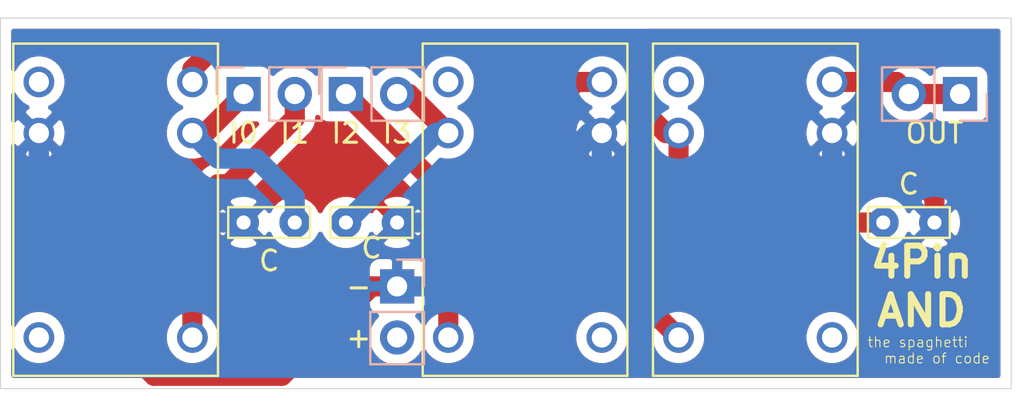
<source format=kicad_pcb>
(kicad_pcb (version 20171130) (host pcbnew "(5.1.6)-1")

  (general
    (thickness 1.6)
    (drawings 16)
    (tracks 60)
    (zones 0)
    (modules 10)
    (nets 16)
  )

  (page A4)
  (layers
    (0 F.Cu signal)
    (31 B.Cu signal)
    (32 B.Adhes user)
    (33 F.Adhes user)
    (34 B.Paste user)
    (35 F.Paste user)
    (36 B.SilkS user)
    (37 F.SilkS user)
    (38 B.Mask user)
    (39 F.Mask user)
    (40 Dwgs.User user)
    (41 Cmts.User user)
    (42 Eco1.User user)
    (43 Eco2.User user)
    (44 Edge.Cuts user)
    (45 Margin user)
    (46 B.CrtYd user)
    (47 F.CrtYd user)
    (48 B.Fab user)
    (49 F.Fab user)
  )

  (setup
    (last_trace_width 0.25)
    (user_trace_width 1)
    (trace_clearance 0.2)
    (zone_clearance 0.508)
    (zone_45_only no)
    (trace_min 0.2)
    (via_size 0.8)
    (via_drill 0.4)
    (via_min_size 0.4)
    (via_min_drill 0.3)
    (uvia_size 0.3)
    (uvia_drill 0.1)
    (uvias_allowed no)
    (uvia_min_size 0.2)
    (uvia_min_drill 0.1)
    (edge_width 0.05)
    (segment_width 0.2)
    (pcb_text_width 0.3)
    (pcb_text_size 1.5 1.5)
    (mod_edge_width 0.12)
    (mod_text_size 1 1)
    (mod_text_width 0.15)
    (pad_size 1.524 1.524)
    (pad_drill 0.762)
    (pad_to_mask_clearance 0.05)
    (aux_axis_origin 0 0)
    (visible_elements 7FFFFFFF)
    (pcbplotparams
      (layerselection 0x010fc_ffffffff)
      (usegerberextensions false)
      (usegerberattributes true)
      (usegerberadvancedattributes true)
      (creategerberjobfile true)
      (excludeedgelayer true)
      (linewidth 0.100000)
      (plotframeref false)
      (viasonmask false)
      (mode 1)
      (useauxorigin false)
      (hpglpennumber 1)
      (hpglpenspeed 20)
      (hpglpendiameter 15.000000)
      (psnegative false)
      (psa4output false)
      (plotreference true)
      (plotvalue true)
      (plotinvisibletext false)
      (padsonsilk false)
      (subtractmaskfromsilk false)
      (outputformat 1)
      (mirror false)
      (drillshape 1)
      (scaleselection 1)
      (outputdirectory ""))
  )

  (net 0 "")
  (net 1 GND)
  (net 2 "Net-(C1-Pad1)")
  (net 3 "Net-(C2-Pad2)")
  (net 4 "Net-(C3-Pad2)")
  (net 5 "Net-(J1-Pad2)")
  (net 6 "Net-(J2-Pad1)")
  (net 7 "Net-(J3-Pad1)")
  (net 8 "Net-(J4-Pad2)")
  (net 9 "Net-(SPDT1-Pad1)")
  (net 10 "Net-(SPDT1-Pad5)")
  (net 11 "Net-(SPDT2-Pad1)")
  (net 12 "Net-(SPDT2-Pad6)")
  (net 13 "Net-(SPDT3-Pad6)")
  (net 14 "Net-(SPDT2-Pad2)")
  (net 15 "Net-(SPDT3-Pad1)")

  (net_class Default "This is the default net class."
    (clearance 0.2)
    (trace_width 0.25)
    (via_dia 0.8)
    (via_drill 0.4)
    (uvia_dia 0.3)
    (uvia_drill 0.1)
    (add_net GND)
    (add_net "Net-(C1-Pad1)")
    (add_net "Net-(C2-Pad2)")
    (add_net "Net-(C3-Pad2)")
    (add_net "Net-(J1-Pad2)")
    (add_net "Net-(J2-Pad1)")
    (add_net "Net-(J3-Pad1)")
    (add_net "Net-(J4-Pad2)")
    (add_net "Net-(SPDT1-Pad1)")
    (add_net "Net-(SPDT1-Pad5)")
    (add_net "Net-(SPDT2-Pad1)")
    (add_net "Net-(SPDT2-Pad2)")
    (add_net "Net-(SPDT2-Pad6)")
    (add_net "Net-(SPDT3-Pad1)")
    (add_net "Net-(SPDT3-Pad6)")
  )

  (module MiyakeFootprintLib:946H-1C-24D (layer F.Cu) (tedit 5ED07678) (tstamp 5EEA759C)
    (at 181.61 53.34)
    (path /5EEBD1DE)
    (fp_text reference SPDT3 (at -2.54 0.635 -90) (layer F.Fab)
      (effects (font (size 1 1) (thickness 0.15)))
    )
    (fp_text value 946H-1C-24D (at -0.635 0.635 -90) (layer F.Fab)
      (effects (font (size 1 1) (thickness 0.15)))
    )
    (fp_line (start -6.35 -6.985) (end 3.81 -6.985) (layer F.SilkS) (width 0.12))
    (fp_line (start 3.81 -6.985) (end 3.81 9.525) (layer F.SilkS) (width 0.12))
    (fp_line (start 3.81 9.525) (end -6.35 9.525) (layer F.SilkS) (width 0.12))
    (fp_line (start -6.35 9.525) (end -6.35 -6.985) (layer F.SilkS) (width 0.12))
    (pad 1 thru_hole circle (at -5.08 -5.08) (size 1.524 1.524) (drill 1) (layers *.Cu *.Mask)
      (net 15 "Net-(SPDT3-Pad1)"))
    (pad 2 thru_hole circle (at 2.54 -5.08) (size 1.524 1.524) (drill 1) (layers *.Cu *.Mask)
      (net 7 "Net-(J3-Pad1)"))
    (pad 3 thru_hole circle (at 2.54 -2.54) (size 1.524 1.524) (drill 1) (layers *.Cu *.Mask)
      (net 1 GND))
    (pad 4 thru_hole circle (at -5.08 -2.54) (size 1.524 1.524) (drill 1) (layers *.Cu *.Mask)
      (net 4 "Net-(C3-Pad2)"))
    (pad 5 thru_hole circle (at -5.08 7.62) (size 1.524 1.524) (drill 1) (layers *.Cu *.Mask)
      (net 14 "Net-(SPDT2-Pad2)"))
    (pad 6 thru_hole circle (at 2.54 7.62) (size 1.524 1.524) (drill 1) (layers *.Cu *.Mask)
      (net 13 "Net-(SPDT3-Pad6)"))
  )

  (module MiyakeFootprintLib:946H-1C-24D (layer F.Cu) (tedit 5ED07678) (tstamp 5EEA758E)
    (at 170.18 53.34)
    (path /5EEBC360)
    (fp_text reference SPDT2 (at -2.54 0.635 -90) (layer F.Fab)
      (effects (font (size 1 1) (thickness 0.15)))
    )
    (fp_text value 946H-1C-24D (at -0.635 0.635 -90) (layer F.Fab)
      (effects (font (size 1 1) (thickness 0.15)))
    )
    (fp_line (start -6.35 -6.985) (end 3.81 -6.985) (layer F.SilkS) (width 0.12))
    (fp_line (start 3.81 -6.985) (end 3.81 9.525) (layer F.SilkS) (width 0.12))
    (fp_line (start 3.81 9.525) (end -6.35 9.525) (layer F.SilkS) (width 0.12))
    (fp_line (start -6.35 9.525) (end -6.35 -6.985) (layer F.SilkS) (width 0.12))
    (pad 1 thru_hole circle (at -5.08 -5.08) (size 1.524 1.524) (drill 1) (layers *.Cu *.Mask)
      (net 11 "Net-(SPDT2-Pad1)"))
    (pad 2 thru_hole circle (at 2.54 -5.08) (size 1.524 1.524) (drill 1) (layers *.Cu *.Mask)
      (net 14 "Net-(SPDT2-Pad2)"))
    (pad 3 thru_hole circle (at 2.54 -2.54) (size 1.524 1.524) (drill 1) (layers *.Cu *.Mask)
      (net 1 GND))
    (pad 4 thru_hole circle (at -5.08 -2.54) (size 1.524 1.524) (drill 1) (layers *.Cu *.Mask)
      (net 3 "Net-(C2-Pad2)"))
    (pad 5 thru_hole circle (at -5.08 7.62) (size 1.524 1.524) (drill 1) (layers *.Cu *.Mask)
      (net 6 "Net-(J2-Pad1)"))
    (pad 6 thru_hole circle (at 2.54 7.62) (size 1.524 1.524) (drill 1) (layers *.Cu *.Mask)
      (net 12 "Net-(SPDT2-Pad6)"))
  )

  (module MiyakeFootprintLib:946H-1C-24D (layer F.Cu) (tedit 5ED07678) (tstamp 5EEA7580)
    (at 149.86 53.34)
    (path /5EEBBD9D)
    (fp_text reference SPDT1 (at -2.54 0.635 -90) (layer F.Fab)
      (effects (font (size 1 1) (thickness 0.15)))
    )
    (fp_text value 946H-1C-24D (at -0.635 0.635 -90) (layer F.Fab)
      (effects (font (size 1 1) (thickness 0.15)))
    )
    (fp_line (start -6.35 -6.985) (end 3.81 -6.985) (layer F.SilkS) (width 0.12))
    (fp_line (start 3.81 -6.985) (end 3.81 9.525) (layer F.SilkS) (width 0.12))
    (fp_line (start 3.81 9.525) (end -6.35 9.525) (layer F.SilkS) (width 0.12))
    (fp_line (start -6.35 9.525) (end -6.35 -6.985) (layer F.SilkS) (width 0.12))
    (pad 1 thru_hole circle (at -5.08 -5.08) (size 1.524 1.524) (drill 1) (layers *.Cu *.Mask)
      (net 9 "Net-(SPDT1-Pad1)"))
    (pad 2 thru_hole circle (at 2.54 -5.08) (size 1.524 1.524) (drill 1) (layers *.Cu *.Mask)
      (net 4 "Net-(C3-Pad2)"))
    (pad 3 thru_hole circle (at 2.54 -2.54) (size 1.524 1.524) (drill 1) (layers *.Cu *.Mask)
      (net 2 "Net-(C1-Pad1)"))
    (pad 4 thru_hole circle (at -5.08 -2.54) (size 1.524 1.524) (drill 1) (layers *.Cu *.Mask)
      (net 1 GND))
    (pad 5 thru_hole circle (at -5.08 7.62) (size 1.524 1.524) (drill 1) (layers *.Cu *.Mask)
      (net 10 "Net-(SPDT1-Pad5)"))
    (pad 6 thru_hole circle (at 2.54 7.62) (size 1.524 1.524) (drill 1) (layers *.Cu *.Mask)
      (net 5 "Net-(J1-Pad2)"))
  )

  (module Connector_PinHeader_2.54mm:PinHeader_1x02_P2.54mm_Vertical (layer B.Cu) (tedit 59FED5CC) (tstamp 5EEA7572)
    (at 162.56 58.42 180)
    (descr "Through hole straight pin header, 1x02, 2.54mm pitch, single row")
    (tags "Through hole pin header THT 1x02 2.54mm single row")
    (path /5EECC537)
    (fp_text reference J4 (at 0 2.33) (layer B.Fab)
      (effects (font (size 1 1) (thickness 0.15)) (justify mirror))
    )
    (fp_text value Conn_01x02 (at 0 -4.87) (layer B.Fab)
      (effects (font (size 1 1) (thickness 0.15)) (justify mirror))
    )
    (fp_line (start 1.8 1.8) (end -1.8 1.8) (layer B.CrtYd) (width 0.05))
    (fp_line (start 1.8 -4.35) (end 1.8 1.8) (layer B.CrtYd) (width 0.05))
    (fp_line (start -1.8 -4.35) (end 1.8 -4.35) (layer B.CrtYd) (width 0.05))
    (fp_line (start -1.8 1.8) (end -1.8 -4.35) (layer B.CrtYd) (width 0.05))
    (fp_line (start -1.33 1.33) (end 0 1.33) (layer B.SilkS) (width 0.12))
    (fp_line (start -1.33 0) (end -1.33 1.33) (layer B.SilkS) (width 0.12))
    (fp_line (start -1.33 -1.27) (end 1.33 -1.27) (layer B.SilkS) (width 0.12))
    (fp_line (start 1.33 -1.27) (end 1.33 -3.87) (layer B.SilkS) (width 0.12))
    (fp_line (start -1.33 -1.27) (end -1.33 -3.87) (layer B.SilkS) (width 0.12))
    (fp_line (start -1.33 -3.87) (end 1.33 -3.87) (layer B.SilkS) (width 0.12))
    (fp_line (start -1.27 0.635) (end -0.635 1.27) (layer B.Fab) (width 0.1))
    (fp_line (start -1.27 -3.81) (end -1.27 0.635) (layer B.Fab) (width 0.1))
    (fp_line (start 1.27 -3.81) (end -1.27 -3.81) (layer B.Fab) (width 0.1))
    (fp_line (start 1.27 1.27) (end 1.27 -3.81) (layer B.Fab) (width 0.1))
    (fp_line (start -0.635 1.27) (end 1.27 1.27) (layer B.Fab) (width 0.1))
    (fp_text user %R (at 0 -1.27 270) (layer B.Fab)
      (effects (font (size 1 1) (thickness 0.15)) (justify mirror))
    )
    (pad 2 thru_hole oval (at 0 -2.54 180) (size 1.7 1.7) (drill 1) (layers *.Cu *.Mask)
      (net 8 "Net-(J4-Pad2)"))
    (pad 1 thru_hole rect (at 0 0 180) (size 1.7 1.7) (drill 1) (layers *.Cu *.Mask)
      (net 1 GND))
    (model ${KISYS3DMOD}/Connector_PinHeader_2.54mm.3dshapes/PinHeader_1x02_P2.54mm_Vertical.wrl
      (at (xyz 0 0 0))
      (scale (xyz 1 1 1))
      (rotate (xyz 0 0 0))
    )
  )

  (module Connector_PinHeader_2.54mm:PinHeader_1x02_P2.54mm_Vertical (layer B.Cu) (tedit 59FED5CC) (tstamp 5EEA755C)
    (at 190.5 48.86 90)
    (descr "Through hole straight pin header, 1x02, 2.54mm pitch, single row")
    (tags "Through hole pin header THT 1x02 2.54mm single row")
    (path /5EEC30D7)
    (fp_text reference J3 (at 0 2.33 -90) (layer B.Fab)
      (effects (font (size 1 1) (thickness 0.15)) (justify mirror))
    )
    (fp_text value Conn_01x02 (at 0 -4.87 -90) (layer B.Fab)
      (effects (font (size 1 1) (thickness 0.15)) (justify mirror))
    )
    (fp_line (start 1.8 1.8) (end -1.8 1.8) (layer B.CrtYd) (width 0.05))
    (fp_line (start 1.8 -4.35) (end 1.8 1.8) (layer B.CrtYd) (width 0.05))
    (fp_line (start -1.8 -4.35) (end 1.8 -4.35) (layer B.CrtYd) (width 0.05))
    (fp_line (start -1.8 1.8) (end -1.8 -4.35) (layer B.CrtYd) (width 0.05))
    (fp_line (start -1.33 1.33) (end 0 1.33) (layer B.SilkS) (width 0.12))
    (fp_line (start -1.33 0) (end -1.33 1.33) (layer B.SilkS) (width 0.12))
    (fp_line (start -1.33 -1.27) (end 1.33 -1.27) (layer B.SilkS) (width 0.12))
    (fp_line (start 1.33 -1.27) (end 1.33 -3.87) (layer B.SilkS) (width 0.12))
    (fp_line (start -1.33 -1.27) (end -1.33 -3.87) (layer B.SilkS) (width 0.12))
    (fp_line (start -1.33 -3.87) (end 1.33 -3.87) (layer B.SilkS) (width 0.12))
    (fp_line (start -1.27 0.635) (end -0.635 1.27) (layer B.Fab) (width 0.1))
    (fp_line (start -1.27 -3.81) (end -1.27 0.635) (layer B.Fab) (width 0.1))
    (fp_line (start 1.27 -3.81) (end -1.27 -3.81) (layer B.Fab) (width 0.1))
    (fp_line (start 1.27 1.27) (end 1.27 -3.81) (layer B.Fab) (width 0.1))
    (fp_line (start -0.635 1.27) (end 1.27 1.27) (layer B.Fab) (width 0.1))
    (fp_text user %R (at 0 -1.27) (layer B.Fab)
      (effects (font (size 1 1) (thickness 0.15)) (justify mirror))
    )
    (pad 2 thru_hole oval (at 0 -2.54 90) (size 1.7 1.7) (drill 1) (layers *.Cu *.Mask)
      (net 7 "Net-(J3-Pad1)"))
    (pad 1 thru_hole rect (at 0 0 90) (size 1.7 1.7) (drill 1) (layers *.Cu *.Mask)
      (net 7 "Net-(J3-Pad1)"))
    (model ${KISYS3DMOD}/Connector_PinHeader_2.54mm.3dshapes/PinHeader_1x02_P2.54mm_Vertical.wrl
      (at (xyz 0 0 0))
      (scale (xyz 1 1 1))
      (rotate (xyz 0 0 0))
    )
  )

  (module Connector_PinHeader_2.54mm:PinHeader_1x02_P2.54mm_Vertical (layer B.Cu) (tedit 59FED5CC) (tstamp 5EEA7546)
    (at 160.02 48.86 270)
    (descr "Through hole straight pin header, 1x02, 2.54mm pitch, single row")
    (tags "Through hole pin header THT 1x02 2.54mm single row")
    (path /5EEBE9DA)
    (fp_text reference J2 (at 0 2.33 270) (layer B.Fab)
      (effects (font (size 1 1) (thickness 0.15)) (justify mirror))
    )
    (fp_text value Conn_01x02 (at 0 -4.87 270) (layer B.Fab)
      (effects (font (size 1 1) (thickness 0.15)) (justify mirror))
    )
    (fp_line (start 1.8 1.8) (end -1.8 1.8) (layer B.CrtYd) (width 0.05))
    (fp_line (start 1.8 -4.35) (end 1.8 1.8) (layer B.CrtYd) (width 0.05))
    (fp_line (start -1.8 -4.35) (end 1.8 -4.35) (layer B.CrtYd) (width 0.05))
    (fp_line (start -1.8 1.8) (end -1.8 -4.35) (layer B.CrtYd) (width 0.05))
    (fp_line (start -1.33 1.33) (end 0 1.33) (layer B.SilkS) (width 0.12))
    (fp_line (start -1.33 0) (end -1.33 1.33) (layer B.SilkS) (width 0.12))
    (fp_line (start -1.33 -1.27) (end 1.33 -1.27) (layer B.SilkS) (width 0.12))
    (fp_line (start 1.33 -1.27) (end 1.33 -3.87) (layer B.SilkS) (width 0.12))
    (fp_line (start -1.33 -1.27) (end -1.33 -3.87) (layer B.SilkS) (width 0.12))
    (fp_line (start -1.33 -3.87) (end 1.33 -3.87) (layer B.SilkS) (width 0.12))
    (fp_line (start -1.27 0.635) (end -0.635 1.27) (layer B.Fab) (width 0.1))
    (fp_line (start -1.27 -3.81) (end -1.27 0.635) (layer B.Fab) (width 0.1))
    (fp_line (start 1.27 -3.81) (end -1.27 -3.81) (layer B.Fab) (width 0.1))
    (fp_line (start 1.27 1.27) (end 1.27 -3.81) (layer B.Fab) (width 0.1))
    (fp_line (start -0.635 1.27) (end 1.27 1.27) (layer B.Fab) (width 0.1))
    (fp_text user %R (at 0 -1.27) (layer B.Fab)
      (effects (font (size 1 1) (thickness 0.15)) (justify mirror))
    )
    (pad 2 thru_hole oval (at 0 -2.54 270) (size 1.7 1.7) (drill 1) (layers *.Cu *.Mask)
      (net 3 "Net-(C2-Pad2)"))
    (pad 1 thru_hole rect (at 0 0 270) (size 1.7 1.7) (drill 1) (layers *.Cu *.Mask)
      (net 6 "Net-(J2-Pad1)"))
    (model ${KISYS3DMOD}/Connector_PinHeader_2.54mm.3dshapes/PinHeader_1x02_P2.54mm_Vertical.wrl
      (at (xyz 0 0 0))
      (scale (xyz 1 1 1))
      (rotate (xyz 0 0 0))
    )
  )

  (module Connector_PinHeader_2.54mm:PinHeader_1x02_P2.54mm_Vertical (layer B.Cu) (tedit 59FED5CC) (tstamp 5EEA7530)
    (at 154.94 48.86 270)
    (descr "Through hole straight pin header, 1x02, 2.54mm pitch, single row")
    (tags "Through hole pin header THT 1x02 2.54mm single row")
    (path /5EEBDD2E)
    (fp_text reference J1 (at 0 2.33 270) (layer B.Fab)
      (effects (font (size 1 1) (thickness 0.15)) (justify mirror))
    )
    (fp_text value Conn_01x02 (at 0 -4.87 270) (layer B.Fab)
      (effects (font (size 1 1) (thickness 0.15)) (justify mirror))
    )
    (fp_line (start 1.8 1.8) (end -1.8 1.8) (layer B.CrtYd) (width 0.05))
    (fp_line (start 1.8 -4.35) (end 1.8 1.8) (layer B.CrtYd) (width 0.05))
    (fp_line (start -1.8 -4.35) (end 1.8 -4.35) (layer B.CrtYd) (width 0.05))
    (fp_line (start -1.8 1.8) (end -1.8 -4.35) (layer B.CrtYd) (width 0.05))
    (fp_line (start -1.33 1.33) (end 0 1.33) (layer B.SilkS) (width 0.12))
    (fp_line (start -1.33 0) (end -1.33 1.33) (layer B.SilkS) (width 0.12))
    (fp_line (start -1.33 -1.27) (end 1.33 -1.27) (layer B.SilkS) (width 0.12))
    (fp_line (start 1.33 -1.27) (end 1.33 -3.87) (layer B.SilkS) (width 0.12))
    (fp_line (start -1.33 -1.27) (end -1.33 -3.87) (layer B.SilkS) (width 0.12))
    (fp_line (start -1.33 -3.87) (end 1.33 -3.87) (layer B.SilkS) (width 0.12))
    (fp_line (start -1.27 0.635) (end -0.635 1.27) (layer B.Fab) (width 0.1))
    (fp_line (start -1.27 -3.81) (end -1.27 0.635) (layer B.Fab) (width 0.1))
    (fp_line (start 1.27 -3.81) (end -1.27 -3.81) (layer B.Fab) (width 0.1))
    (fp_line (start 1.27 1.27) (end 1.27 -3.81) (layer B.Fab) (width 0.1))
    (fp_line (start -0.635 1.27) (end 1.27 1.27) (layer B.Fab) (width 0.1))
    (fp_text user %R (at 0 -1.27) (layer B.Fab)
      (effects (font (size 1 1) (thickness 0.15)) (justify mirror))
    )
    (pad 2 thru_hole oval (at 0 -2.54 270) (size 1.7 1.7) (drill 1) (layers *.Cu *.Mask)
      (net 5 "Net-(J1-Pad2)"))
    (pad 1 thru_hole rect (at 0 0 270) (size 1.7 1.7) (drill 1) (layers *.Cu *.Mask)
      (net 2 "Net-(C1-Pad1)"))
    (model ${KISYS3DMOD}/Connector_PinHeader_2.54mm.3dshapes/PinHeader_1x02_P2.54mm_Vertical.wrl
      (at (xyz 0 0 0))
      (scale (xyz 1 1 1))
      (rotate (xyz 0 0 0))
    )
  )

  (module MiyakeFootprintLib:Condensor (layer F.Cu) (tedit 5ED1E7C6) (tstamp 5EEA751A)
    (at 189.23 55.245 180)
    (path /5EEC54B4)
    (fp_text reference C3 (at 1.27 3.04) (layer F.Fab)
      (effects (font (size 1 1) (thickness 0.15)))
    )
    (fp_text value C (at 1.27 2.04) (layer F.Fab)
      (effects (font (size 1 1) (thickness 0.15)))
    )
    (fp_line (start -0.762 0.762) (end -0.762 -0.762) (layer F.SilkS) (width 0.12))
    (fp_line (start 3.302 0.762) (end -0.762 0.762) (layer F.SilkS) (width 0.12))
    (fp_line (start 3.302 -0.762) (end 3.302 0.762) (layer F.SilkS) (width 0.12))
    (fp_line (start -0.762 -0.762) (end 3.302 -0.762) (layer F.SilkS) (width 0.12))
    (pad 2 thru_hole circle (at 2.54 0 180) (size 1.524 1.524) (drill 0.7) (layers *.Cu *.Mask)
      (net 4 "Net-(C3-Pad2)"))
    (pad 1 thru_hole circle (at 0 0 180) (size 1.524 1.524) (drill 0.7) (layers *.Cu *.Mask)
      (net 1 GND))
  )

  (module MiyakeFootprintLib:Condensor (layer F.Cu) (tedit 5ED1E7C6) (tstamp 5EEA7510)
    (at 162.56 55.245 180)
    (path /5EEC4EFC)
    (fp_text reference C2 (at 1.27 3.04) (layer F.Fab)
      (effects (font (size 1 1) (thickness 0.15)))
    )
    (fp_text value C (at 1.27 2.04) (layer F.Fab)
      (effects (font (size 1 1) (thickness 0.15)))
    )
    (fp_line (start -0.762 0.762) (end -0.762 -0.762) (layer F.SilkS) (width 0.12))
    (fp_line (start 3.302 0.762) (end -0.762 0.762) (layer F.SilkS) (width 0.12))
    (fp_line (start 3.302 -0.762) (end 3.302 0.762) (layer F.SilkS) (width 0.12))
    (fp_line (start -0.762 -0.762) (end 3.302 -0.762) (layer F.SilkS) (width 0.12))
    (pad 2 thru_hole circle (at 2.54 0 180) (size 1.524 1.524) (drill 0.7) (layers *.Cu *.Mask)
      (net 3 "Net-(C2-Pad2)"))
    (pad 1 thru_hole circle (at 0 0 180) (size 1.524 1.524) (drill 0.7) (layers *.Cu *.Mask)
      (net 1 GND))
  )

  (module MiyakeFootprintLib:Condensor (layer F.Cu) (tedit 5ED1E7C6) (tstamp 5EEA7506)
    (at 157.48 55.245 180)
    (path /5EEC4628)
    (fp_text reference C1 (at 1.27 3.04) (layer F.Fab)
      (effects (font (size 1 1) (thickness 0.15)))
    )
    (fp_text value C (at 1.27 2.04) (layer F.Fab)
      (effects (font (size 1 1) (thickness 0.15)))
    )
    (fp_line (start -0.762 0.762) (end -0.762 -0.762) (layer F.SilkS) (width 0.12))
    (fp_line (start 3.302 0.762) (end -0.762 0.762) (layer F.SilkS) (width 0.12))
    (fp_line (start 3.302 -0.762) (end 3.302 0.762) (layer F.SilkS) (width 0.12))
    (fp_line (start -0.762 -0.762) (end 3.302 -0.762) (layer F.SilkS) (width 0.12))
    (pad 2 thru_hole circle (at 2.54 0 180) (size 1.524 1.524) (drill 0.7) (layers *.Cu *.Mask)
      (net 1 GND))
    (pad 1 thru_hole circle (at 0 0 180) (size 1.524 1.524) (drill 0.7) (layers *.Cu *.Mask)
      (net 2 "Net-(C1-Pad1)"))
  )

  (gr_text "the spaghetti \n    made of code" (at 188.595 61.595) (layer F.SilkS)
    (effects (font (size 0.5 0.5) (thickness 0.05)))
  )
  (gr_text "4Pin\nAND" (at 188.595 58.42) (layer F.SilkS)
    (effects (font (size 1.5 1.5) (thickness 0.3)))
  )
  (gr_text OUT (at 189.23 50.8) (layer F.SilkS)
    (effects (font (size 1 1) (thickness 0.15)))
  )
  (gr_text C (at 187.96 53.34) (layer F.SilkS)
    (effects (font (size 1 1) (thickness 0.15)))
  )
  (gr_text + (at 160.655 60.96) (layer F.SilkS)
    (effects (font (size 1 1) (thickness 0.15)))
  )
  (gr_text - (at 160.655 58.42) (layer F.SilkS)
    (effects (font (size 1 1) (thickness 0.15)))
  )
  (gr_text C (at 161.29 56.515) (layer F.SilkS)
    (effects (font (size 1 1) (thickness 0.15)))
  )
  (gr_text C (at 156.21 57.15) (layer F.SilkS)
    (effects (font (size 1 1) (thickness 0.15)))
  )
  (gr_text I3 (at 162.56 50.8) (layer F.SilkS)
    (effects (font (size 1 1) (thickness 0.15)))
  )
  (gr_text I2 (at 160.02 50.8) (layer F.SilkS)
    (effects (font (size 1 1) (thickness 0.15)))
  )
  (gr_text I1 (at 157.48 50.8) (layer F.SilkS)
    (effects (font (size 1 1) (thickness 0.15)))
  )
  (gr_text I0 (at 154.94 50.8) (layer F.SilkS)
    (effects (font (size 1 1) (thickness 0.15)))
  )
  (gr_line (start 142.875 63.5) (end 142.875 45.085) (layer Edge.Cuts) (width 0.05) (tstamp 5EEA8182))
  (gr_line (start 193.04 63.5) (end 142.875 63.5) (layer Edge.Cuts) (width 0.05))
  (gr_line (start 193.04 45.085) (end 193.04 63.5) (layer Edge.Cuts) (width 0.05))
  (gr_line (start 142.875 45.085) (end 193.04 45.085) (layer Edge.Cuts) (width 0.05))

  (segment (start 144.78 57.15) (end 144.78 50.8) (width 1) (layer F.Cu) (net 1))
  (segment (start 150.495 62.865) (end 144.78 57.15) (width 1) (layer F.Cu) (net 1))
  (segment (start 156.845 62.865) (end 150.495 62.865) (width 1) (layer F.Cu) (net 1))
  (segment (start 162.56 58.42) (end 161.29 58.42) (width 1) (layer F.Cu) (net 1))
  (segment (start 161.29 58.42) (end 156.845 62.865) (width 1) (layer F.Cu) (net 1))
  (segment (start 162.56 58.42) (end 170.815 58.42) (width 1) (layer B.Cu) (net 1))
  (segment (start 170.815 58.42) (end 172.72 56.515) (width 1) (layer B.Cu) (net 1))
  (segment (start 172.72 56.515) (end 172.72 50.8) (width 1) (layer B.Cu) (net 1))
  (segment (start 172.72 56.515) (end 182.245 56.515) (width 1) (layer B.Cu) (net 1))
  (segment (start 184.15 54.61) (end 184.15 50.8) (width 1) (layer B.Cu) (net 1))
  (segment (start 182.245 56.515) (end 184.15 54.61) (width 1) (layer B.Cu) (net 1))
  (segment (start 154.94 55.245) (end 147.32 55.245) (width 1) (layer B.Cu) (net 1))
  (segment (start 144.78 52.705) (end 144.78 50.8) (width 1) (layer B.Cu) (net 1))
  (segment (start 147.32 55.245) (end 144.78 52.705) (width 1) (layer B.Cu) (net 1))
  (segment (start 172.085 50.8) (end 172.72 50.8) (width 1) (layer B.Cu) (net 1))
  (segment (start 170.815 52.07) (end 172.085 50.8) (width 1) (layer B.Cu) (net 1))
  (segment (start 162.56 55.245) (end 169.545 55.245) (width 1) (layer B.Cu) (net 1))
  (segment (start 170.815 53.975) (end 170.815 52.07) (width 1) (layer B.Cu) (net 1))
  (segment (start 169.545 55.245) (end 170.815 53.975) (width 1) (layer B.Cu) (net 1))
  (segment (start 184.15 52.705) (end 184.15 50.8) (width 1) (layer F.Cu) (net 1))
  (segment (start 189.23 55.245) (end 189.23 53.975) (width 1) (layer F.Cu) (net 1))
  (segment (start 187.96 52.705) (end 184.15 52.705) (width 1) (layer F.Cu) (net 1))
  (segment (start 189.23 53.975) (end 187.96 52.705) (width 1) (layer F.Cu) (net 1))
  (segment (start 154.94 48.86) (end 154.94 48.895) (width 1) (layer F.Cu) (net 2))
  (segment (start 153.035 50.8) (end 152.4 50.8) (width 1) (layer F.Cu) (net 2))
  (segment (start 154.94 48.895) (end 153.035 50.8) (width 1) (layer F.Cu) (net 2))
  (segment (start 157.48 53.975) (end 157.48 55.245) (width 1) (layer B.Cu) (net 2))
  (segment (start 155.575 52.07) (end 157.48 53.975) (width 1) (layer B.Cu) (net 2))
  (segment (start 152.4 50.8) (end 153.67 52.07) (width 1) (layer B.Cu) (net 2))
  (segment (start 153.67 52.07) (end 155.575 52.07) (width 1) (layer B.Cu) (net 2))
  (segment (start 163.16 48.86) (end 165.1 50.8) (width 1) (layer F.Cu) (net 3))
  (segment (start 162.56 48.86) (end 163.16 48.86) (width 1) (layer F.Cu) (net 3))
  (segment (start 165.1 50.8) (end 164.465 50.8) (width 1) (layer B.Cu) (net 3))
  (segment (start 164.465 50.8) (end 160.02 55.245) (width 1) (layer B.Cu) (net 3))
  (segment (start 175.895 50.8) (end 176.53 50.8) (width 1) (layer F.Cu) (net 4))
  (segment (start 174.625 49.53) (end 175.895 50.8) (width 1) (layer F.Cu) (net 4))
  (segment (start 152.4 48.26) (end 152.4 47.625) (width 1) (layer F.Cu) (net 4))
  (segment (start 152.4 47.625) (end 153.67 46.355) (width 1) (layer F.Cu) (net 4))
  (segment (start 153.67 46.355) (end 173.99 46.355) (width 1) (layer F.Cu) (net 4))
  (segment (start 174.625 46.99) (end 174.625 49.53) (width 1) (layer F.Cu) (net 4))
  (segment (start 173.99 46.355) (end 174.625 46.99) (width 1) (layer F.Cu) (net 4))
  (segment (start 186.69 55.245) (end 177.8 55.245) (width 1) (layer F.Cu) (net 4))
  (segment (start 176.53 53.975) (end 176.53 50.8) (width 1) (layer F.Cu) (net 4))
  (segment (start 177.8 55.245) (end 176.53 53.975) (width 1) (layer F.Cu) (net 4))
  (segment (start 157.48 50.062081) (end 154.202081 53.34) (width 1) (layer F.Cu) (net 5))
  (segment (start 157.48 48.86) (end 157.48 50.062081) (width 1) (layer F.Cu) (net 5))
  (segment (start 154.202081 53.34) (end 153.67 53.34) (width 1) (layer F.Cu) (net 5))
  (segment (start 152.4 54.61) (end 152.4 60.96) (width 1) (layer F.Cu) (net 5))
  (segment (start 153.67 53.34) (end 152.4 54.61) (width 1) (layer F.Cu) (net 5))
  (segment (start 160.02 48.86) (end 164.5 53.34) (width 1) (layer F.Cu) (net 6))
  (segment (start 164.5 53.34) (end 164.5 55.28) (width 1) (layer F.Cu) (net 6))
  (segment (start 165.1 55.88) (end 165.1 60.96) (width 1) (layer F.Cu) (net 6))
  (segment (start 164.5 55.28) (end 165.1 55.88) (width 1) (layer F.Cu) (net 6))
  (segment (start 187.36 48.26) (end 187.96 48.86) (width 1) (layer F.Cu) (net 7))
  (segment (start 184.15 48.26) (end 187.36 48.26) (width 1) (layer F.Cu) (net 7))
  (segment (start 187.96 48.86) (end 190.5 48.86) (width 1) (layer F.Cu) (net 7))
  (segment (start 172.72 48.26) (end 171.45 48.26) (width 1) (layer F.Cu) (net 14))
  (segment (start 171.45 48.26) (end 170.18 49.53) (width 1) (layer F.Cu) (net 14))
  (segment (start 170.18 54.61) (end 176.53 60.96) (width 1) (layer F.Cu) (net 14))
  (segment (start 170.18 49.53) (end 170.18 54.61) (width 1) (layer F.Cu) (net 14))

  (zone (net 1) (net_name GND) (layer F.Cu) (tstamp 0) (hatch edge 0.508)
    (connect_pads (clearance 0.508))
    (min_thickness 0.254)
    (fill yes (arc_segments 32) (thermal_gap 0.508) (thermal_bridge_width 0.508))
    (polygon
      (pts
        (xy 193.04 63.5) (xy 142.875 63.5) (xy 142.875 45.085) (xy 193.04 45.085)
      )
    )
    (filled_polygon
      (pts
        (xy 151.63686 46.783009) (xy 151.593552 46.818551) (xy 151.451717 46.991377) (xy 151.346324 47.188553) (xy 151.281423 47.402501)
        (xy 151.279455 47.422482) (xy 151.161995 47.598273) (xy 151.056686 47.85251) (xy 151.003 48.122408) (xy 151.003 48.397592)
        (xy 151.056686 48.66749) (xy 151.161995 48.921727) (xy 151.31488 49.150535) (xy 151.509465 49.34512) (xy 151.738273 49.498005)
        (xy 151.815515 49.53) (xy 151.738273 49.561995) (xy 151.509465 49.71488) (xy 151.31488 49.909465) (xy 151.161995 50.138273)
        (xy 151.056686 50.39251) (xy 151.003 50.662408) (xy 151.003 50.937592) (xy 151.056686 51.20749) (xy 151.161995 51.461727)
        (xy 151.31488 51.690535) (xy 151.509465 51.88512) (xy 151.738273 52.038005) (xy 151.99251 52.143314) (xy 152.262408 52.197)
        (xy 152.537592 52.197) (xy 152.80749 52.143314) (xy 153.061727 52.038005) (xy 153.237518 51.920545) (xy 153.257499 51.918577)
        (xy 153.471447 51.853676) (xy 153.668623 51.748284) (xy 153.841449 51.606449) (xy 153.876996 51.563135) (xy 155.09206 50.348072)
        (xy 155.588877 50.348072) (xy 153.73195 52.205) (xy 153.725743 52.205) (xy 153.669999 52.19951) (xy 153.614255 52.205)
        (xy 153.614248 52.205) (xy 153.468493 52.219356) (xy 153.4475 52.221423) (xy 153.397705 52.236529) (xy 153.233553 52.286324)
        (xy 153.036377 52.391716) (xy 152.863551 52.533551) (xy 152.828011 52.576857) (xy 151.636865 53.768004) (xy 151.593551 53.803551)
        (xy 151.451716 53.976377) (xy 151.380294 54.11) (xy 151.346324 54.173554) (xy 151.281423 54.387502) (xy 151.259509 54.61)
        (xy 151.265 54.665752) (xy 151.265001 60.144114) (xy 151.161995 60.298273) (xy 151.056686 60.55251) (xy 151.003 60.822408)
        (xy 151.003 61.097592) (xy 151.056686 61.36749) (xy 151.161995 61.621727) (xy 151.31488 61.850535) (xy 151.509465 62.04512)
        (xy 151.738273 62.198005) (xy 151.99251 62.303314) (xy 152.262408 62.357) (xy 152.537592 62.357) (xy 152.80749 62.303314)
        (xy 153.061727 62.198005) (xy 153.290535 62.04512) (xy 153.48512 61.850535) (xy 153.638005 61.621727) (xy 153.743314 61.36749)
        (xy 153.797 61.097592) (xy 153.797 60.822408) (xy 153.743314 60.55251) (xy 153.638005 60.298273) (xy 153.535 60.144116)
        (xy 153.535 57.57) (xy 161.071928 57.57) (xy 161.075 58.13425) (xy 161.23375 58.293) (xy 162.433 58.293)
        (xy 162.433 57.09375) (xy 162.27425 56.935) (xy 161.71 56.931928) (xy 161.585518 56.944188) (xy 161.46582 56.980498)
        (xy 161.355506 57.039463) (xy 161.258815 57.118815) (xy 161.179463 57.215506) (xy 161.120498 57.32582) (xy 161.084188 57.445518)
        (xy 161.071928 57.57) (xy 153.535 57.57) (xy 153.535 56.210565) (xy 154.15404 56.210565) (xy 154.22102 56.450656)
        (xy 154.470048 56.567756) (xy 154.737135 56.634023) (xy 155.012017 56.64691) (xy 155.284133 56.605922) (xy 155.543023 56.512636)
        (xy 155.65898 56.450656) (xy 155.72596 56.210565) (xy 154.94 55.424605) (xy 154.15404 56.210565) (xy 153.535 56.210565)
        (xy 153.535 55.080131) (xy 153.549894 55.065237) (xy 153.53809 55.317017) (xy 153.579078 55.589133) (xy 153.672364 55.848023)
        (xy 153.734344 55.96398) (xy 153.974435 56.03096) (xy 154.760395 55.245) (xy 155.119605 55.245) (xy 155.905565 56.03096)
        (xy 156.145656 55.96398) (xy 156.209485 55.82824) (xy 156.241995 55.906727) (xy 156.39488 56.135535) (xy 156.589465 56.33012)
        (xy 156.818273 56.483005) (xy 157.07251 56.588314) (xy 157.342408 56.642) (xy 157.617592 56.642) (xy 157.88749 56.588314)
        (xy 158.141727 56.483005) (xy 158.370535 56.33012) (xy 158.56512 56.135535) (xy 158.718005 55.906727) (xy 158.75 55.829485)
        (xy 158.781995 55.906727) (xy 158.93488 56.135535) (xy 159.129465 56.33012) (xy 159.358273 56.483005) (xy 159.61251 56.588314)
        (xy 159.882408 56.642) (xy 160.157592 56.642) (xy 160.42749 56.588314) (xy 160.681727 56.483005) (xy 160.910535 56.33012)
        (xy 161.03009 56.210565) (xy 161.77404 56.210565) (xy 161.84102 56.450656) (xy 162.090048 56.567756) (xy 162.357135 56.634023)
        (xy 162.632017 56.64691) (xy 162.904133 56.605922) (xy 163.163023 56.512636) (xy 163.27898 56.450656) (xy 163.34596 56.210565)
        (xy 162.56 55.424605) (xy 161.77404 56.210565) (xy 161.03009 56.210565) (xy 161.10512 56.135535) (xy 161.258005 55.906727)
        (xy 161.287692 55.835057) (xy 161.292364 55.848023) (xy 161.354344 55.96398) (xy 161.594435 56.03096) (xy 162.380395 55.245)
        (xy 161.594435 54.45904) (xy 161.354344 54.52602) (xy 161.290515 54.66176) (xy 161.258005 54.583273) (xy 161.10512 54.354465)
        (xy 160.910535 54.15988) (xy 160.681727 54.006995) (xy 160.42749 53.901686) (xy 160.157592 53.848) (xy 159.882408 53.848)
        (xy 159.61251 53.901686) (xy 159.358273 54.006995) (xy 159.129465 54.15988) (xy 158.93488 54.354465) (xy 158.781995 54.583273)
        (xy 158.75 54.660515) (xy 158.718005 54.583273) (xy 158.56512 54.354465) (xy 158.370535 54.15988) (xy 158.141727 54.006995)
        (xy 157.88749 53.901686) (xy 157.617592 53.848) (xy 157.342408 53.848) (xy 157.07251 53.901686) (xy 156.818273 54.006995)
        (xy 156.589465 54.15988) (xy 156.39488 54.354465) (xy 156.241995 54.583273) (xy 156.212308 54.654943) (xy 156.207636 54.641977)
        (xy 156.145656 54.52602) (xy 155.905565 54.45904) (xy 155.119605 55.245) (xy 154.760395 55.245) (xy 154.746253 55.230858)
        (xy 154.925858 55.051253) (xy 154.94 55.065395) (xy 155.72596 54.279435) (xy 155.65898 54.039344) (xy 155.409952 53.922244)
        (xy 155.261741 53.885471) (xy 158.243146 50.904068) (xy 158.286449 50.86853) (xy 158.342691 50.8) (xy 158.428284 50.695704)
        (xy 158.533676 50.498528) (xy 158.598577 50.28458) (xy 158.620491 50.062081) (xy 158.616497 50.021528) (xy 158.639463 50.064494)
        (xy 158.718815 50.161185) (xy 158.815506 50.240537) (xy 158.92582 50.299502) (xy 159.045518 50.335812) (xy 159.17 50.348072)
        (xy 159.902941 50.348072) (xy 163.365 53.810132) (xy 163.365001 54.260391) (xy 163.345959 54.279433) (xy 163.27898 54.039344)
        (xy 163.029952 53.922244) (xy 162.762865 53.855977) (xy 162.487983 53.84309) (xy 162.215867 53.884078) (xy 161.956977 53.977364)
        (xy 161.84102 54.039344) (xy 161.77404 54.279435) (xy 162.56 55.065395) (xy 162.574143 55.051253) (xy 162.753748 55.230858)
        (xy 162.739605 55.245) (xy 163.525565 56.03096) (xy 163.625201 56.003164) (xy 163.693552 56.086449) (xy 163.73686 56.121991)
        (xy 163.965 56.350131) (xy 163.965 57.261273) (xy 163.940537 57.215506) (xy 163.861185 57.118815) (xy 163.764494 57.039463)
        (xy 163.65418 56.980498) (xy 163.534482 56.944188) (xy 163.41 56.931928) (xy 162.84575 56.935) (xy 162.687 57.09375)
        (xy 162.687 58.293) (xy 162.707 58.293) (xy 162.707 58.547) (xy 162.687 58.547) (xy 162.687 58.567)
        (xy 162.433 58.567) (xy 162.433 58.547) (xy 161.23375 58.547) (xy 161.075 58.70575) (xy 161.071928 59.27)
        (xy 161.084188 59.394482) (xy 161.120498 59.51418) (xy 161.179463 59.624494) (xy 161.258815 59.721185) (xy 161.355506 59.800537)
        (xy 161.46582 59.859502) (xy 161.53838 59.881513) (xy 161.406525 60.013368) (xy 161.24401 60.256589) (xy 161.132068 60.526842)
        (xy 161.075 60.81374) (xy 161.075 61.10626) (xy 161.132068 61.393158) (xy 161.24401 61.663411) (xy 161.406525 61.906632)
        (xy 161.613368 62.113475) (xy 161.856589 62.27599) (xy 162.126842 62.387932) (xy 162.41374 62.445) (xy 162.70626 62.445)
        (xy 162.993158 62.387932) (xy 163.263411 62.27599) (xy 163.506632 62.113475) (xy 163.713475 61.906632) (xy 163.87599 61.663411)
        (xy 163.881293 61.650608) (xy 164.01488 61.850535) (xy 164.209465 62.04512) (xy 164.438273 62.198005) (xy 164.69251 62.303314)
        (xy 164.962408 62.357) (xy 165.237592 62.357) (xy 165.50749 62.303314) (xy 165.761727 62.198005) (xy 165.990535 62.04512)
        (xy 166.18512 61.850535) (xy 166.338005 61.621727) (xy 166.443314 61.36749) (xy 166.497 61.097592) (xy 166.497 60.822408)
        (xy 171.323 60.822408) (xy 171.323 61.097592) (xy 171.376686 61.36749) (xy 171.481995 61.621727) (xy 171.63488 61.850535)
        (xy 171.829465 62.04512) (xy 172.058273 62.198005) (xy 172.31251 62.303314) (xy 172.582408 62.357) (xy 172.857592 62.357)
        (xy 173.12749 62.303314) (xy 173.381727 62.198005) (xy 173.610535 62.04512) (xy 173.80512 61.850535) (xy 173.958005 61.621727)
        (xy 174.063314 61.36749) (xy 174.117 61.097592) (xy 174.117 60.822408) (xy 174.063314 60.55251) (xy 173.958005 60.298273)
        (xy 173.80512 60.069465) (xy 173.610535 59.87488) (xy 173.381727 59.721995) (xy 173.12749 59.616686) (xy 172.857592 59.563)
        (xy 172.582408 59.563) (xy 172.31251 59.616686) (xy 172.058273 59.721995) (xy 171.829465 59.87488) (xy 171.63488 60.069465)
        (xy 171.481995 60.298273) (xy 171.376686 60.55251) (xy 171.323 60.822408) (xy 166.497 60.822408) (xy 166.443314 60.55251)
        (xy 166.338005 60.298273) (xy 166.235 60.144116) (xy 166.235 55.935751) (xy 166.240491 55.879999) (xy 166.218577 55.6575)
        (xy 166.203471 55.607705) (xy 166.153676 55.443553) (xy 166.048284 55.246377) (xy 165.906449 55.073551) (xy 165.863135 55.038004)
        (xy 165.635 54.809869) (xy 165.635 53.395752) (xy 165.640491 53.34) (xy 165.618577 53.117501) (xy 165.553676 52.903553)
        (xy 165.448284 52.706377) (xy 165.341989 52.576857) (xy 165.306449 52.533551) (xy 165.263141 52.498009) (xy 164.962063 52.196931)
        (xy 164.962408 52.197) (xy 165.237592 52.197) (xy 165.50749 52.143314) (xy 165.761727 52.038005) (xy 165.990535 51.88512)
        (xy 166.18512 51.690535) (xy 166.338005 51.461727) (xy 166.443314 51.20749) (xy 166.497 50.937592) (xy 166.497 50.662408)
        (xy 166.443314 50.39251) (xy 166.338005 50.138273) (xy 166.18512 49.909465) (xy 165.990535 49.71488) (xy 165.761727 49.561995)
        (xy 165.684485 49.53) (xy 165.761727 49.498005) (xy 165.990535 49.34512) (xy 166.18512 49.150535) (xy 166.338005 48.921727)
        (xy 166.443314 48.66749) (xy 166.497 48.397592) (xy 166.497 48.122408) (xy 166.443314 47.85251) (xy 166.338005 47.598273)
        (xy 166.265659 47.49) (xy 170.613638 47.49) (xy 170.608008 47.49686) (xy 169.416865 48.688004) (xy 169.373551 48.723551)
        (xy 169.231716 48.896377) (xy 169.132233 49.082499) (xy 169.126324 49.093554) (xy 169.061423 49.307502) (xy 169.039509 49.53)
        (xy 169.045 49.585752) (xy 169.045001 54.554239) (xy 169.039509 54.61) (xy 169.061423 54.832498) (xy 169.126324 55.046446)
        (xy 169.16396 55.116857) (xy 169.231717 55.243623) (xy 169.373552 55.416449) (xy 169.41686 55.451991) (xy 175.150515 61.185647)
        (xy 175.186686 61.36749) (xy 175.291995 61.621727) (xy 175.44488 61.850535) (xy 175.639465 62.04512) (xy 175.868273 62.198005)
        (xy 176.12251 62.303314) (xy 176.392408 62.357) (xy 176.667592 62.357) (xy 176.93749 62.303314) (xy 177.191727 62.198005)
        (xy 177.420535 62.04512) (xy 177.61512 61.850535) (xy 177.768005 61.621727) (xy 177.873314 61.36749) (xy 177.927 61.097592)
        (xy 177.927 60.822408) (xy 182.753 60.822408) (xy 182.753 61.097592) (xy 182.806686 61.36749) (xy 182.911995 61.621727)
        (xy 183.06488 61.850535) (xy 183.259465 62.04512) (xy 183.488273 62.198005) (xy 183.74251 62.303314) (xy 184.012408 62.357)
        (xy 184.287592 62.357) (xy 184.55749 62.303314) (xy 184.811727 62.198005) (xy 185.040535 62.04512) (xy 185.23512 61.850535)
        (xy 185.388005 61.621727) (xy 185.493314 61.36749) (xy 185.547 61.097592) (xy 185.547 60.822408) (xy 185.493314 60.55251)
        (xy 185.388005 60.298273) (xy 185.23512 60.069465) (xy 185.040535 59.87488) (xy 184.811727 59.721995) (xy 184.55749 59.616686)
        (xy 184.287592 59.563) (xy 184.012408 59.563) (xy 183.74251 59.616686) (xy 183.488273 59.721995) (xy 183.259465 59.87488)
        (xy 183.06488 60.069465) (xy 182.911995 60.298273) (xy 182.806686 60.55251) (xy 182.753 60.822408) (xy 177.927 60.822408)
        (xy 177.873314 60.55251) (xy 177.768005 60.298273) (xy 177.61512 60.069465) (xy 177.420535 59.87488) (xy 177.191727 59.721995)
        (xy 176.93749 59.616686) (xy 176.755647 59.580515) (xy 171.315 54.139869) (xy 171.315 51.765565) (xy 171.93404 51.765565)
        (xy 172.00102 52.005656) (xy 172.250048 52.122756) (xy 172.517135 52.189023) (xy 172.792017 52.20191) (xy 173.064133 52.160922)
        (xy 173.323023 52.067636) (xy 173.43898 52.005656) (xy 173.50596 51.765565) (xy 172.72 50.979605) (xy 171.93404 51.765565)
        (xy 171.315 51.765565) (xy 171.315 50.872017) (xy 171.31809 50.872017) (xy 171.359078 51.144133) (xy 171.452364 51.403023)
        (xy 171.514344 51.51898) (xy 171.754435 51.58596) (xy 172.540395 50.8) (xy 171.754435 50.01404) (xy 171.514344 50.08102)
        (xy 171.397244 50.330048) (xy 171.330977 50.597135) (xy 171.31809 50.872017) (xy 171.315 50.872017) (xy 171.315 50.000131)
        (xy 171.913717 49.401415) (xy 172.058273 49.498005) (xy 172.129943 49.527692) (xy 172.116977 49.532364) (xy 172.00102 49.594344)
        (xy 171.93404 49.834435) (xy 172.72 50.620395) (xy 172.734143 50.606253) (xy 172.913748 50.785858) (xy 172.899605 50.8)
        (xy 173.685565 51.58596) (xy 173.925656 51.51898) (xy 174.042756 51.269952) (xy 174.109023 51.002865) (xy 174.12191 50.727983)
        (xy 174.104896 50.615027) (xy 175.053008 51.56314) (xy 175.088551 51.606449) (xy 175.261377 51.748284) (xy 175.395001 51.819707)
        (xy 175.395 53.919248) (xy 175.389509 53.975) (xy 175.395 54.030751) (xy 175.411423 54.197498) (xy 175.476324 54.411446)
        (xy 175.581716 54.608623) (xy 175.723551 54.781449) (xy 175.766865 54.816996) (xy 176.958008 56.00814) (xy 176.993551 56.051449)
        (xy 177.166377 56.193284) (xy 177.363553 56.298676) (xy 177.527705 56.348471) (xy 177.5775 56.363577) (xy 177.598493 56.365644)
        (xy 177.744248 56.38) (xy 177.744255 56.38) (xy 177.799999 56.38549) (xy 177.855743 56.38) (xy 185.874116 56.38)
        (xy 186.028273 56.483005) (xy 186.28251 56.588314) (xy 186.552408 56.642) (xy 186.827592 56.642) (xy 187.09749 56.588314)
        (xy 187.351727 56.483005) (xy 187.580535 56.33012) (xy 187.70009 56.210565) (xy 188.44404 56.210565) (xy 188.51102 56.450656)
        (xy 188.760048 56.567756) (xy 189.027135 56.634023) (xy 189.302017 56.64691) (xy 189.574133 56.605922) (xy 189.833023 56.512636)
        (xy 189.94898 56.450656) (xy 190.01596 56.210565) (xy 189.23 55.424605) (xy 188.44404 56.210565) (xy 187.70009 56.210565)
        (xy 187.77512 56.135535) (xy 187.928005 55.906727) (xy 187.957692 55.835057) (xy 187.962364 55.848023) (xy 188.024344 55.96398)
        (xy 188.264435 56.03096) (xy 189.050395 55.245) (xy 189.409605 55.245) (xy 190.195565 56.03096) (xy 190.435656 55.96398)
        (xy 190.552756 55.714952) (xy 190.619023 55.447865) (xy 190.63191 55.172983) (xy 190.590922 54.900867) (xy 190.497636 54.641977)
        (xy 190.435656 54.52602) (xy 190.195565 54.45904) (xy 189.409605 55.245) (xy 189.050395 55.245) (xy 188.264435 54.45904)
        (xy 188.024344 54.52602) (xy 187.960515 54.66176) (xy 187.928005 54.583273) (xy 187.77512 54.354465) (xy 187.70009 54.279435)
        (xy 188.44404 54.279435) (xy 189.23 55.065395) (xy 190.01596 54.279435) (xy 189.94898 54.039344) (xy 189.699952 53.922244)
        (xy 189.432865 53.855977) (xy 189.157983 53.84309) (xy 188.885867 53.884078) (xy 188.626977 53.977364) (xy 188.51102 54.039344)
        (xy 188.44404 54.279435) (xy 187.70009 54.279435) (xy 187.580535 54.15988) (xy 187.351727 54.006995) (xy 187.09749 53.901686)
        (xy 186.827592 53.848) (xy 186.552408 53.848) (xy 186.28251 53.901686) (xy 186.028273 54.006995) (xy 185.874116 54.11)
        (xy 178.270132 54.11) (xy 177.665 53.504869) (xy 177.665 51.765565) (xy 183.36404 51.765565) (xy 183.43102 52.005656)
        (xy 183.680048 52.122756) (xy 183.947135 52.189023) (xy 184.222017 52.20191) (xy 184.494133 52.160922) (xy 184.753023 52.067636)
        (xy 184.86898 52.005656) (xy 184.93596 51.765565) (xy 184.15 50.979605) (xy 183.36404 51.765565) (xy 177.665 51.765565)
        (xy 177.665 51.615884) (xy 177.768005 51.461727) (xy 177.873314 51.20749) (xy 177.927 50.937592) (xy 177.927 50.872017)
        (xy 182.74809 50.872017) (xy 182.789078 51.144133) (xy 182.882364 51.403023) (xy 182.944344 51.51898) (xy 183.184435 51.58596)
        (xy 183.970395 50.8) (xy 184.329605 50.8) (xy 185.115565 51.58596) (xy 185.355656 51.51898) (xy 185.472756 51.269952)
        (xy 185.539023 51.002865) (xy 185.55191 50.727983) (xy 185.510922 50.455867) (xy 185.417636 50.196977) (xy 185.355656 50.08102)
        (xy 185.115565 50.01404) (xy 184.329605 50.8) (xy 183.970395 50.8) (xy 183.184435 50.01404) (xy 182.944344 50.08102)
        (xy 182.827244 50.330048) (xy 182.760977 50.597135) (xy 182.74809 50.872017) (xy 177.927 50.872017) (xy 177.927 50.662408)
        (xy 177.873314 50.39251) (xy 177.768005 50.138273) (xy 177.61512 49.909465) (xy 177.420535 49.71488) (xy 177.191727 49.561995)
        (xy 177.114485 49.53) (xy 177.191727 49.498005) (xy 177.420535 49.34512) (xy 177.61512 49.150535) (xy 177.768005 48.921727)
        (xy 177.873314 48.66749) (xy 177.927 48.397592) (xy 177.927 48.122408) (xy 182.753 48.122408) (xy 182.753 48.397592)
        (xy 182.806686 48.66749) (xy 182.911995 48.921727) (xy 183.06488 49.150535) (xy 183.259465 49.34512) (xy 183.488273 49.498005)
        (xy 183.559943 49.527692) (xy 183.546977 49.532364) (xy 183.43102 49.594344) (xy 183.36404 49.834435) (xy 184.15 50.620395)
        (xy 184.93596 49.834435) (xy 184.86898 49.594344) (xy 184.73324 49.530515) (xy 184.811727 49.498005) (xy 184.965884 49.395)
        (xy 186.574252 49.395) (xy 186.64401 49.563411) (xy 186.806525 49.806632) (xy 187.013368 50.013475) (xy 187.256589 50.17599)
        (xy 187.526842 50.287932) (xy 187.81374 50.345) (xy 188.10626 50.345) (xy 188.393158 50.287932) (xy 188.663411 50.17599)
        (xy 188.906632 50.013475) (xy 188.925107 49.995) (xy 189.082317 49.995) (xy 189.119463 50.064494) (xy 189.198815 50.161185)
        (xy 189.295506 50.240537) (xy 189.40582 50.299502) (xy 189.525518 50.335812) (xy 189.65 50.348072) (xy 191.35 50.348072)
        (xy 191.474482 50.335812) (xy 191.59418 50.299502) (xy 191.704494 50.240537) (xy 191.801185 50.161185) (xy 191.880537 50.064494)
        (xy 191.939502 49.95418) (xy 191.975812 49.834482) (xy 191.988072 49.71) (xy 191.988072 48.01) (xy 191.975812 47.885518)
        (xy 191.939502 47.76582) (xy 191.880537 47.655506) (xy 191.801185 47.558815) (xy 191.704494 47.479463) (xy 191.59418 47.420498)
        (xy 191.474482 47.384188) (xy 191.35 47.371928) (xy 189.65 47.371928) (xy 189.525518 47.384188) (xy 189.40582 47.420498)
        (xy 189.295506 47.479463) (xy 189.198815 47.558815) (xy 189.119463 47.655506) (xy 189.082317 47.725) (xy 188.925107 47.725)
        (xy 188.906632 47.706525) (xy 188.663411 47.54401) (xy 188.393158 47.432068) (xy 188.10626 47.375) (xy 188.070735 47.375)
        (xy 187.993623 47.311716) (xy 187.796447 47.206324) (xy 187.582499 47.141423) (xy 187.415752 47.125) (xy 187.415751 47.125)
        (xy 187.36 47.119509) (xy 187.304249 47.125) (xy 184.965884 47.125) (xy 184.811727 47.021995) (xy 184.55749 46.916686)
        (xy 184.287592 46.863) (xy 184.012408 46.863) (xy 183.74251 46.916686) (xy 183.488273 47.021995) (xy 183.259465 47.17488)
        (xy 183.06488 47.369465) (xy 182.911995 47.598273) (xy 182.806686 47.85251) (xy 182.753 48.122408) (xy 177.927 48.122408)
        (xy 177.873314 47.85251) (xy 177.768005 47.598273) (xy 177.61512 47.369465) (xy 177.420535 47.17488) (xy 177.191727 47.021995)
        (xy 176.93749 46.916686) (xy 176.667592 46.863) (xy 176.392408 46.863) (xy 176.12251 46.916686) (xy 175.868273 47.021995)
        (xy 175.76 47.094341) (xy 175.76 47.045752) (xy 175.765491 46.99) (xy 175.743577 46.767501) (xy 175.678676 46.553553)
        (xy 175.573284 46.356377) (xy 175.466989 46.226857) (xy 175.431449 46.183551) (xy 175.38814 46.148008) (xy 174.985131 45.745)
        (xy 192.38 45.745) (xy 192.380001 62.84) (xy 143.535 62.84) (xy 143.535 61.60484) (xy 143.541995 61.621727)
        (xy 143.69488 61.850535) (xy 143.889465 62.04512) (xy 144.118273 62.198005) (xy 144.37251 62.303314) (xy 144.642408 62.357)
        (xy 144.917592 62.357) (xy 145.18749 62.303314) (xy 145.441727 62.198005) (xy 145.670535 62.04512) (xy 145.86512 61.850535)
        (xy 146.018005 61.621727) (xy 146.123314 61.36749) (xy 146.177 61.097592) (xy 146.177 60.822408) (xy 146.123314 60.55251)
        (xy 146.018005 60.298273) (xy 145.86512 60.069465) (xy 145.670535 59.87488) (xy 145.441727 59.721995) (xy 145.18749 59.616686)
        (xy 144.917592 59.563) (xy 144.642408 59.563) (xy 144.37251 59.616686) (xy 144.118273 59.721995) (xy 143.889465 59.87488)
        (xy 143.69488 60.069465) (xy 143.541995 60.298273) (xy 143.535 60.31516) (xy 143.535 51.765565) (xy 143.99404 51.765565)
        (xy 144.06102 52.005656) (xy 144.310048 52.122756) (xy 144.577135 52.189023) (xy 144.852017 52.20191) (xy 145.124133 52.160922)
        (xy 145.383023 52.067636) (xy 145.49898 52.005656) (xy 145.56596 51.765565) (xy 144.78 50.979605) (xy 143.99404 51.765565)
        (xy 143.535 51.765565) (xy 143.535 51.445372) (xy 143.574344 51.51898) (xy 143.814435 51.58596) (xy 144.600395 50.8)
        (xy 144.959605 50.8) (xy 145.745565 51.58596) (xy 145.985656 51.51898) (xy 146.102756 51.269952) (xy 146.169023 51.002865)
        (xy 146.18191 50.727983) (xy 146.140922 50.455867) (xy 146.047636 50.196977) (xy 145.985656 50.08102) (xy 145.745565 50.01404)
        (xy 144.959605 50.8) (xy 144.600395 50.8) (xy 143.814435 50.01404) (xy 143.574344 50.08102) (xy 143.535 50.16469)
        (xy 143.535 48.90484) (xy 143.541995 48.921727) (xy 143.69488 49.150535) (xy 143.889465 49.34512) (xy 144.118273 49.498005)
        (xy 144.189943 49.527692) (xy 144.176977 49.532364) (xy 144.06102 49.594344) (xy 143.99404 49.834435) (xy 144.78 50.620395)
        (xy 145.56596 49.834435) (xy 145.49898 49.594344) (xy 145.36324 49.530515) (xy 145.441727 49.498005) (xy 145.670535 49.34512)
        (xy 145.86512 49.150535) (xy 146.018005 48.921727) (xy 146.123314 48.66749) (xy 146.177 48.397592) (xy 146.177 48.122408)
        (xy 146.123314 47.85251) (xy 146.018005 47.598273) (xy 145.86512 47.369465) (xy 145.670535 47.17488) (xy 145.441727 47.021995)
        (xy 145.18749 46.916686) (xy 144.917592 46.863) (xy 144.642408 46.863) (xy 144.37251 46.916686) (xy 144.118273 47.021995)
        (xy 143.889465 47.17488) (xy 143.69488 47.369465) (xy 143.541995 47.598273) (xy 143.535 47.61516) (xy 143.535 45.745)
        (xy 152.674868 45.745)
      )
    )
  )
  (zone (net 1) (net_name GND) (layer B.Cu) (tstamp 0) (hatch edge 0.508)
    (connect_pads (clearance 0.508))
    (min_thickness 0.254)
    (fill yes (arc_segments 32) (thermal_gap 0.508) (thermal_bridge_width 0.508))
    (polygon
      (pts
        (xy 193.04 63.5) (xy 142.875 63.5) (xy 142.875 45.085) (xy 193.04 45.085)
      )
    )
    (filled_polygon
      (pts
        (xy 192.380001 62.84) (xy 143.535 62.84) (xy 143.535 61.60484) (xy 143.541995 61.621727) (xy 143.69488 61.850535)
        (xy 143.889465 62.04512) (xy 144.118273 62.198005) (xy 144.37251 62.303314) (xy 144.642408 62.357) (xy 144.917592 62.357)
        (xy 145.18749 62.303314) (xy 145.441727 62.198005) (xy 145.670535 62.04512) (xy 145.86512 61.850535) (xy 146.018005 61.621727)
        (xy 146.123314 61.36749) (xy 146.177 61.097592) (xy 146.177 60.822408) (xy 151.003 60.822408) (xy 151.003 61.097592)
        (xy 151.056686 61.36749) (xy 151.161995 61.621727) (xy 151.31488 61.850535) (xy 151.509465 62.04512) (xy 151.738273 62.198005)
        (xy 151.99251 62.303314) (xy 152.262408 62.357) (xy 152.537592 62.357) (xy 152.80749 62.303314) (xy 153.061727 62.198005)
        (xy 153.290535 62.04512) (xy 153.48512 61.850535) (xy 153.638005 61.621727) (xy 153.743314 61.36749) (xy 153.797 61.097592)
        (xy 153.797 60.822408) (xy 153.743314 60.55251) (xy 153.638005 60.298273) (xy 153.48512 60.069465) (xy 153.290535 59.87488)
        (xy 153.061727 59.721995) (xy 152.80749 59.616686) (xy 152.537592 59.563) (xy 152.262408 59.563) (xy 151.99251 59.616686)
        (xy 151.738273 59.721995) (xy 151.509465 59.87488) (xy 151.31488 60.069465) (xy 151.161995 60.298273) (xy 151.056686 60.55251)
        (xy 151.003 60.822408) (xy 146.177 60.822408) (xy 146.123314 60.55251) (xy 146.018005 60.298273) (xy 145.86512 60.069465)
        (xy 145.670535 59.87488) (xy 145.441727 59.721995) (xy 145.18749 59.616686) (xy 144.917592 59.563) (xy 144.642408 59.563)
        (xy 144.37251 59.616686) (xy 144.118273 59.721995) (xy 143.889465 59.87488) (xy 143.69488 60.069465) (xy 143.541995 60.298273)
        (xy 143.535 60.31516) (xy 143.535 59.27) (xy 161.071928 59.27) (xy 161.084188 59.394482) (xy 161.120498 59.51418)
        (xy 161.179463 59.624494) (xy 161.258815 59.721185) (xy 161.355506 59.800537) (xy 161.46582 59.859502) (xy 161.53838 59.881513)
        (xy 161.406525 60.013368) (xy 161.24401 60.256589) (xy 161.132068 60.526842) (xy 161.075 60.81374) (xy 161.075 61.10626)
        (xy 161.132068 61.393158) (xy 161.24401 61.663411) (xy 161.406525 61.906632) (xy 161.613368 62.113475) (xy 161.856589 62.27599)
        (xy 162.126842 62.387932) (xy 162.41374 62.445) (xy 162.70626 62.445) (xy 162.993158 62.387932) (xy 163.263411 62.27599)
        (xy 163.506632 62.113475) (xy 163.713475 61.906632) (xy 163.87599 61.663411) (xy 163.881293 61.650608) (xy 164.01488 61.850535)
        (xy 164.209465 62.04512) (xy 164.438273 62.198005) (xy 164.69251 62.303314) (xy 164.962408 62.357) (xy 165.237592 62.357)
        (xy 165.50749 62.303314) (xy 165.761727 62.198005) (xy 165.990535 62.04512) (xy 166.18512 61.850535) (xy 166.338005 61.621727)
        (xy 166.443314 61.36749) (xy 166.497 61.097592) (xy 166.497 60.822408) (xy 171.323 60.822408) (xy 171.323 61.097592)
        (xy 171.376686 61.36749) (xy 171.481995 61.621727) (xy 171.63488 61.850535) (xy 171.829465 62.04512) (xy 172.058273 62.198005)
        (xy 172.31251 62.303314) (xy 172.582408 62.357) (xy 172.857592 62.357) (xy 173.12749 62.303314) (xy 173.381727 62.198005)
        (xy 173.610535 62.04512) (xy 173.80512 61.850535) (xy 173.958005 61.621727) (xy 174.063314 61.36749) (xy 174.117 61.097592)
        (xy 174.117 60.822408) (xy 175.133 60.822408) (xy 175.133 61.097592) (xy 175.186686 61.36749) (xy 175.291995 61.621727)
        (xy 175.44488 61.850535) (xy 175.639465 62.04512) (xy 175.868273 62.198005) (xy 176.12251 62.303314) (xy 176.392408 62.357)
        (xy 176.667592 62.357) (xy 176.93749 62.303314) (xy 177.191727 62.198005) (xy 177.420535 62.04512) (xy 177.61512 61.850535)
        (xy 177.768005 61.621727) (xy 177.873314 61.36749) (xy 177.927 61.097592) (xy 177.927 60.822408) (xy 182.753 60.822408)
        (xy 182.753 61.097592) (xy 182.806686 61.36749) (xy 182.911995 61.621727) (xy 183.06488 61.850535) (xy 183.259465 62.04512)
        (xy 183.488273 62.198005) (xy 183.74251 62.303314) (xy 184.012408 62.357) (xy 184.287592 62.357) (xy 184.55749 62.303314)
        (xy 184.811727 62.198005) (xy 185.040535 62.04512) (xy 185.23512 61.850535) (xy 185.388005 61.621727) (xy 185.493314 61.36749)
        (xy 185.547 61.097592) (xy 185.547 60.822408) (xy 185.493314 60.55251) (xy 185.388005 60.298273) (xy 185.23512 60.069465)
        (xy 185.040535 59.87488) (xy 184.811727 59.721995) (xy 184.55749 59.616686) (xy 184.287592 59.563) (xy 184.012408 59.563)
        (xy 183.74251 59.616686) (xy 183.488273 59.721995) (xy 183.259465 59.87488) (xy 183.06488 60.069465) (xy 182.911995 60.298273)
        (xy 182.806686 60.55251) (xy 182.753 60.822408) (xy 177.927 60.822408) (xy 177.873314 60.55251) (xy 177.768005 60.298273)
        (xy 177.61512 60.069465) (xy 177.420535 59.87488) (xy 177.191727 59.721995) (xy 176.93749 59.616686) (xy 176.667592 59.563)
        (xy 176.392408 59.563) (xy 176.12251 59.616686) (xy 175.868273 59.721995) (xy 175.639465 59.87488) (xy 175.44488 60.069465)
        (xy 175.291995 60.298273) (xy 175.186686 60.55251) (xy 175.133 60.822408) (xy 174.117 60.822408) (xy 174.063314 60.55251)
        (xy 173.958005 60.298273) (xy 173.80512 60.069465) (xy 173.610535 59.87488) (xy 173.381727 59.721995) (xy 173.12749 59.616686)
        (xy 172.857592 59.563) (xy 172.582408 59.563) (xy 172.31251 59.616686) (xy 172.058273 59.721995) (xy 171.829465 59.87488)
        (xy 171.63488 60.069465) (xy 171.481995 60.298273) (xy 171.376686 60.55251) (xy 171.323 60.822408) (xy 166.497 60.822408)
        (xy 166.443314 60.55251) (xy 166.338005 60.298273) (xy 166.18512 60.069465) (xy 165.990535 59.87488) (xy 165.761727 59.721995)
        (xy 165.50749 59.616686) (xy 165.237592 59.563) (xy 164.962408 59.563) (xy 164.69251 59.616686) (xy 164.438273 59.721995)
        (xy 164.209465 59.87488) (xy 164.01488 60.069465) (xy 163.881293 60.269392) (xy 163.87599 60.256589) (xy 163.713475 60.013368)
        (xy 163.58162 59.881513) (xy 163.65418 59.859502) (xy 163.764494 59.800537) (xy 163.861185 59.721185) (xy 163.940537 59.624494)
        (xy 163.999502 59.51418) (xy 164.035812 59.394482) (xy 164.048072 59.27) (xy 164.045 58.70575) (xy 163.88625 58.547)
        (xy 162.687 58.547) (xy 162.687 58.567) (xy 162.433 58.567) (xy 162.433 58.547) (xy 161.23375 58.547)
        (xy 161.075 58.70575) (xy 161.071928 59.27) (xy 143.535 59.27) (xy 143.535 57.57) (xy 161.071928 57.57)
        (xy 161.075 58.13425) (xy 161.23375 58.293) (xy 162.433 58.293) (xy 162.433 57.09375) (xy 162.687 57.09375)
        (xy 162.687 58.293) (xy 163.88625 58.293) (xy 164.045 58.13425) (xy 164.048072 57.57) (xy 164.035812 57.445518)
        (xy 163.999502 57.32582) (xy 163.940537 57.215506) (xy 163.861185 57.118815) (xy 163.764494 57.039463) (xy 163.65418 56.980498)
        (xy 163.534482 56.944188) (xy 163.41 56.931928) (xy 162.84575 56.935) (xy 162.687 57.09375) (xy 162.433 57.09375)
        (xy 162.27425 56.935) (xy 161.71 56.931928) (xy 161.585518 56.944188) (xy 161.46582 56.980498) (xy 161.355506 57.039463)
        (xy 161.258815 57.118815) (xy 161.179463 57.215506) (xy 161.120498 57.32582) (xy 161.084188 57.445518) (xy 161.071928 57.57)
        (xy 143.535 57.57) (xy 143.535 56.210565) (xy 154.15404 56.210565) (xy 154.22102 56.450656) (xy 154.470048 56.567756)
        (xy 154.737135 56.634023) (xy 155.012017 56.64691) (xy 155.284133 56.605922) (xy 155.543023 56.512636) (xy 155.65898 56.450656)
        (xy 155.72596 56.210565) (xy 154.94 55.424605) (xy 154.15404 56.210565) (xy 143.535 56.210565) (xy 143.535 55.317017)
        (xy 153.53809 55.317017) (xy 153.579078 55.589133) (xy 153.672364 55.848023) (xy 153.734344 55.96398) (xy 153.974435 56.03096)
        (xy 154.760395 55.245) (xy 153.974435 54.45904) (xy 153.734344 54.52602) (xy 153.617244 54.775048) (xy 153.550977 55.042135)
        (xy 153.53809 55.317017) (xy 143.535 55.317017) (xy 143.535 54.279435) (xy 154.15404 54.279435) (xy 154.94 55.065395)
        (xy 155.72596 54.279435) (xy 155.65898 54.039344) (xy 155.409952 53.922244) (xy 155.142865 53.855977) (xy 154.867983 53.84309)
        (xy 154.595867 53.884078) (xy 154.336977 53.977364) (xy 154.22102 54.039344) (xy 154.15404 54.279435) (xy 143.535 54.279435)
        (xy 143.535 51.765565) (xy 143.99404 51.765565) (xy 144.06102 52.005656) (xy 144.310048 52.122756) (xy 144.577135 52.189023)
        (xy 144.852017 52.20191) (xy 145.124133 52.160922) (xy 145.383023 52.067636) (xy 145.49898 52.005656) (xy 145.56596 51.765565)
        (xy 144.78 50.979605) (xy 143.99404 51.765565) (xy 143.535 51.765565) (xy 143.535 51.445372) (xy 143.574344 51.51898)
        (xy 143.814435 51.58596) (xy 144.600395 50.8) (xy 144.959605 50.8) (xy 145.745565 51.58596) (xy 145.985656 51.51898)
        (xy 146.102756 51.269952) (xy 146.169023 51.002865) (xy 146.18191 50.727983) (xy 146.140922 50.455867) (xy 146.047636 50.196977)
        (xy 145.985656 50.08102) (xy 145.745565 50.01404) (xy 144.959605 50.8) (xy 144.600395 50.8) (xy 143.814435 50.01404)
        (xy 143.574344 50.08102) (xy 143.535 50.16469) (xy 143.535 48.90484) (xy 143.541995 48.921727) (xy 143.69488 49.150535)
        (xy 143.889465 49.34512) (xy 144.118273 49.498005) (xy 144.189943 49.527692) (xy 144.176977 49.532364) (xy 144.06102 49.594344)
        (xy 143.99404 49.834435) (xy 144.78 50.620395) (xy 145.56596 49.834435) (xy 145.49898 49.594344) (xy 145.36324 49.530515)
        (xy 145.441727 49.498005) (xy 145.670535 49.34512) (xy 145.86512 49.150535) (xy 146.018005 48.921727) (xy 146.123314 48.66749)
        (xy 146.177 48.397592) (xy 146.177 48.122408) (xy 151.003 48.122408) (xy 151.003 48.397592) (xy 151.056686 48.66749)
        (xy 151.161995 48.921727) (xy 151.31488 49.150535) (xy 151.509465 49.34512) (xy 151.738273 49.498005) (xy 151.815515 49.53)
        (xy 151.738273 49.561995) (xy 151.509465 49.71488) (xy 151.31488 49.909465) (xy 151.161995 50.138273) (xy 151.056686 50.39251)
        (xy 151.003 50.662408) (xy 151.003 50.937592) (xy 151.056686 51.20749) (xy 151.161995 51.461727) (xy 151.31488 51.690535)
        (xy 151.509465 51.88512) (xy 151.738273 52.038005) (xy 151.99251 52.143314) (xy 152.174353 52.179485) (xy 152.828008 52.83314)
        (xy 152.863551 52.876449) (xy 153.036377 53.018284) (xy 153.233553 53.123676) (xy 153.381485 53.168551) (xy 153.4475 53.188577)
        (xy 153.468493 53.190644) (xy 153.614248 53.205) (xy 153.614255 53.205) (xy 153.669999 53.21049) (xy 153.725743 53.205)
        (xy 155.104869 53.205) (xy 156.338585 54.438717) (xy 156.241995 54.583273) (xy 156.212308 54.654943) (xy 156.207636 54.641977)
        (xy 156.145656 54.52602) (xy 155.905565 54.45904) (xy 155.119605 55.245) (xy 155.905565 56.03096) (xy 156.145656 55.96398)
        (xy 156.209485 55.82824) (xy 156.241995 55.906727) (xy 156.39488 56.135535) (xy 156.589465 56.33012) (xy 156.818273 56.483005)
        (xy 157.07251 56.588314) (xy 157.342408 56.642) (xy 157.617592 56.642) (xy 157.88749 56.588314) (xy 158.141727 56.483005)
        (xy 158.370535 56.33012) (xy 158.56512 56.135535) (xy 158.718005 55.906727) (xy 158.75 55.829485) (xy 158.781995 55.906727)
        (xy 158.93488 56.135535) (xy 159.129465 56.33012) (xy 159.358273 56.483005) (xy 159.61251 56.588314) (xy 159.882408 56.642)
        (xy 160.157592 56.642) (xy 160.42749 56.588314) (xy 160.681727 56.483005) (xy 160.910535 56.33012) (xy 161.03009 56.210565)
        (xy 161.77404 56.210565) (xy 161.84102 56.450656) (xy 162.090048 56.567756) (xy 162.357135 56.634023) (xy 162.632017 56.64691)
        (xy 162.904133 56.605922) (xy 163.163023 56.512636) (xy 163.27898 56.450656) (xy 163.34596 56.210565) (xy 162.56 55.424605)
        (xy 161.77404 56.210565) (xy 161.03009 56.210565) (xy 161.10512 56.135535) (xy 161.258005 55.906727) (xy 161.287692 55.835057)
        (xy 161.292364 55.848023) (xy 161.354344 55.96398) (xy 161.594435 56.03096) (xy 162.380395 55.245) (xy 162.739605 55.245)
        (xy 163.525565 56.03096) (xy 163.765656 55.96398) (xy 163.882756 55.714952) (xy 163.949023 55.447865) (xy 163.96191 55.172983)
        (xy 163.952033 55.107408) (xy 185.293 55.107408) (xy 185.293 55.382592) (xy 185.346686 55.65249) (xy 185.451995 55.906727)
        (xy 185.60488 56.135535) (xy 185.799465 56.33012) (xy 186.028273 56.483005) (xy 186.28251 56.588314) (xy 186.552408 56.642)
        (xy 186.827592 56.642) (xy 187.09749 56.588314) (xy 187.351727 56.483005) (xy 187.580535 56.33012) (xy 187.70009 56.210565)
        (xy 188.44404 56.210565) (xy 188.51102 56.450656) (xy 188.760048 56.567756) (xy 189.027135 56.634023) (xy 189.302017 56.64691)
        (xy 189.574133 56.605922) (xy 189.833023 56.512636) (xy 189.94898 56.450656) (xy 190.01596 56.210565) (xy 189.23 55.424605)
        (xy 188.44404 56.210565) (xy 187.70009 56.210565) (xy 187.77512 56.135535) (xy 187.928005 55.906727) (xy 187.957692 55.835057)
        (xy 187.962364 55.848023) (xy 188.024344 55.96398) (xy 188.264435 56.03096) (xy 189.050395 55.245) (xy 189.409605 55.245)
        (xy 190.195565 56.03096) (xy 190.435656 55.96398) (xy 190.552756 55.714952) (xy 190.619023 55.447865) (xy 190.63191 55.172983)
        (xy 190.590922 54.900867) (xy 190.497636 54.641977) (xy 190.435656 54.52602) (xy 190.195565 54.45904) (xy 189.409605 55.245)
        (xy 189.050395 55.245) (xy 188.264435 54.45904) (xy 188.024344 54.52602) (xy 187.960515 54.66176) (xy 187.928005 54.583273)
        (xy 187.77512 54.354465) (xy 187.70009 54.279435) (xy 188.44404 54.279435) (xy 189.23 55.065395) (xy 190.01596 54.279435)
        (xy 189.94898 54.039344) (xy 189.699952 53.922244) (xy 189.432865 53.855977) (xy 189.157983 53.84309) (xy 188.885867 53.884078)
        (xy 188.626977 53.977364) (xy 188.51102 54.039344) (xy 188.44404 54.279435) (xy 187.70009 54.279435) (xy 187.580535 54.15988)
        (xy 187.351727 54.006995) (xy 187.09749 53.901686) (xy 186.827592 53.848) (xy 186.552408 53.848) (xy 186.28251 53.901686)
        (xy 186.028273 54.006995) (xy 185.799465 54.15988) (xy 185.60488 54.354465) (xy 185.451995 54.583273) (xy 185.346686 54.83751)
        (xy 185.293 55.107408) (xy 163.952033 55.107408) (xy 163.920922 54.900867) (xy 163.827636 54.641977) (xy 163.765656 54.52602)
        (xy 163.525565 54.45904) (xy 162.739605 55.245) (xy 162.380395 55.245) (xy 162.366253 55.230858) (xy 162.545858 55.051253)
        (xy 162.56 55.065395) (xy 163.34596 54.279435) (xy 163.27898 54.039344) (xy 163.029952 53.922244) (xy 162.964201 53.905931)
        (xy 164.721126 52.149006) (xy 164.962408 52.197) (xy 165.237592 52.197) (xy 165.50749 52.143314) (xy 165.761727 52.038005)
        (xy 165.990535 51.88512) (xy 166.11009 51.765565) (xy 171.93404 51.765565) (xy 172.00102 52.005656) (xy 172.250048 52.122756)
        (xy 172.517135 52.189023) (xy 172.792017 52.20191) (xy 173.064133 52.160922) (xy 173.323023 52.067636) (xy 173.43898 52.005656)
        (xy 173.50596 51.765565) (xy 172.72 50.979605) (xy 171.93404 51.765565) (xy 166.11009 51.765565) (xy 166.18512 51.690535)
        (xy 166.338005 51.461727) (xy 166.443314 51.20749) (xy 166.497 50.937592) (xy 166.497 50.872017) (xy 171.31809 50.872017)
        (xy 171.359078 51.144133) (xy 171.452364 51.403023) (xy 171.514344 51.51898) (xy 171.754435 51.58596) (xy 172.540395 50.8)
        (xy 172.899605 50.8) (xy 173.685565 51.58596) (xy 173.925656 51.51898) (xy 174.042756 51.269952) (xy 174.109023 51.002865)
        (xy 174.12191 50.727983) (xy 174.080922 50.455867) (xy 173.987636 50.196977) (xy 173.925656 50.08102) (xy 173.685565 50.01404)
        (xy 172.899605 50.8) (xy 172.540395 50.8) (xy 171.754435 50.01404) (xy 171.514344 50.08102) (xy 171.397244 50.330048)
        (xy 171.330977 50.597135) (xy 171.31809 50.872017) (xy 166.497 50.872017) (xy 166.497 50.662408) (xy 166.443314 50.39251)
        (xy 166.338005 50.138273) (xy 166.18512 49.909465) (xy 165.990535 49.71488) (xy 165.761727 49.561995) (xy 165.684485 49.53)
        (xy 165.761727 49.498005) (xy 165.990535 49.34512) (xy 166.18512 49.150535) (xy 166.338005 48.921727) (xy 166.443314 48.66749)
        (xy 166.497 48.397592) (xy 166.497 48.122408) (xy 171.323 48.122408) (xy 171.323 48.397592) (xy 171.376686 48.66749)
        (xy 171.481995 48.921727) (xy 171.63488 49.150535) (xy 171.829465 49.34512) (xy 172.058273 49.498005) (xy 172.129943 49.527692)
        (xy 172.116977 49.532364) (xy 172.00102 49.594344) (xy 171.93404 49.834435) (xy 172.72 50.620395) (xy 173.50596 49.834435)
        (xy 173.43898 49.594344) (xy 173.30324 49.530515) (xy 173.381727 49.498005) (xy 173.610535 49.34512) (xy 173.80512 49.150535)
        (xy 173.958005 48.921727) (xy 174.063314 48.66749) (xy 174.117 48.397592) (xy 174.117 48.122408) (xy 175.133 48.122408)
        (xy 175.133 48.397592) (xy 175.186686 48.66749) (xy 175.291995 48.921727) (xy 175.44488 49.150535) (xy 175.639465 49.34512)
        (xy 175.868273 49.498005) (xy 175.945515 49.53) (xy 175.868273 49.561995) (xy 175.639465 49.71488) (xy 175.44488 49.909465)
        (xy 175.291995 50.138273) (xy 175.186686 50.39251) (xy 175.133 50.662408) (xy 175.133 50.937592) (xy 175.186686 51.20749)
        (xy 175.291995 51.461727) (xy 175.44488 51.690535) (xy 175.639465 51.88512) (xy 175.868273 52.038005) (xy 176.12251 52.143314)
        (xy 176.392408 52.197) (xy 176.667592 52.197) (xy 176.93749 52.143314) (xy 177.191727 52.038005) (xy 177.420535 51.88512)
        (xy 177.54009 51.765565) (xy 183.36404 51.765565) (xy 183.43102 52.005656) (xy 183.680048 52.122756) (xy 183.947135 52.189023)
        (xy 184.222017 52.20191) (xy 184.494133 52.160922) (xy 184.753023 52.067636) (xy 184.86898 52.005656) (xy 184.93596 51.765565)
        (xy 184.15 50.979605) (xy 183.36404 51.765565) (xy 177.54009 51.765565) (xy 177.61512 51.690535) (xy 177.768005 51.461727)
        (xy 177.873314 51.20749) (xy 177.927 50.937592) (xy 177.927 50.872017) (xy 182.74809 50.872017) (xy 182.789078 51.144133)
        (xy 182.882364 51.403023) (xy 182.944344 51.51898) (xy 183.184435 51.58596) (xy 183.970395 50.8) (xy 184.329605 50.8)
        (xy 185.115565 51.58596) (xy 185.355656 51.51898) (xy 185.472756 51.269952) (xy 185.539023 51.002865) (xy 185.55191 50.727983)
        (xy 185.510922 50.455867) (xy 185.417636 50.196977) (xy 185.355656 50.08102) (xy 185.115565 50.01404) (xy 184.329605 50.8)
        (xy 183.970395 50.8) (xy 183.184435 50.01404) (xy 182.944344 50.08102) (xy 182.827244 50.330048) (xy 182.760977 50.597135)
        (xy 182.74809 50.872017) (xy 177.927 50.872017) (xy 177.927 50.662408) (xy 177.873314 50.39251) (xy 177.768005 50.138273)
        (xy 177.61512 49.909465) (xy 177.420535 49.71488) (xy 177.191727 49.561995) (xy 177.114485 49.53) (xy 177.191727 49.498005)
        (xy 177.420535 49.34512) (xy 177.61512 49.150535) (xy 177.768005 48.921727) (xy 177.873314 48.66749) (xy 177.927 48.397592)
        (xy 177.927 48.122408) (xy 182.753 48.122408) (xy 182.753 48.397592) (xy 182.806686 48.66749) (xy 182.911995 48.921727)
        (xy 183.06488 49.150535) (xy 183.259465 49.34512) (xy 183.488273 49.498005) (xy 183.559943 49.527692) (xy 183.546977 49.532364)
        (xy 183.43102 49.594344) (xy 183.36404 49.834435) (xy 184.15 50.620395) (xy 184.93596 49.834435) (xy 184.86898 49.594344)
        (xy 184.73324 49.530515) (xy 184.811727 49.498005) (xy 185.040535 49.34512) (xy 185.23512 49.150535) (xy 185.388005 48.921727)
        (xy 185.474156 48.71374) (xy 186.475 48.71374) (xy 186.475 49.00626) (xy 186.532068 49.293158) (xy 186.64401 49.563411)
        (xy 186.806525 49.806632) (xy 187.013368 50.013475) (xy 187.256589 50.17599) (xy 187.526842 50.287932) (xy 187.81374 50.345)
        (xy 188.10626 50.345) (xy 188.393158 50.287932) (xy 188.663411 50.17599) (xy 188.906632 50.013475) (xy 189.038487 49.88162)
        (xy 189.060498 49.95418) (xy 189.119463 50.064494) (xy 189.198815 50.161185) (xy 189.295506 50.240537) (xy 189.40582 50.299502)
        (xy 189.525518 50.335812) (xy 189.65 50.348072) (xy 191.35 50.348072) (xy 191.474482 50.335812) (xy 191.59418 50.299502)
        (xy 191.704494 50.240537) (xy 191.801185 50.161185) (xy 191.880537 50.064494) (xy 191.939502 49.95418) (xy 191.975812 49.834482)
        (xy 191.988072 49.71) (xy 191.988072 48.01) (xy 191.975812 47.885518) (xy 191.939502 47.76582) (xy 191.880537 47.655506)
        (xy 191.801185 47.558815) (xy 191.704494 47.479463) (xy 191.59418 47.420498) (xy 191.474482 47.384188) (xy 191.35 47.371928)
        (xy 189.65 47.371928) (xy 189.525518 47.384188) (xy 189.40582 47.420498) (xy 189.295506 47.479463) (xy 189.198815 47.558815)
        (xy 189.119463 47.655506) (xy 189.060498 47.76582) (xy 189.038487 47.83838) (xy 188.906632 47.706525) (xy 188.663411 47.54401)
        (xy 188.393158 47.432068) (xy 188.10626 47.375) (xy 187.81374 47.375) (xy 187.526842 47.432068) (xy 187.256589 47.54401)
        (xy 187.013368 47.706525) (xy 186.806525 47.913368) (xy 186.64401 48.156589) (xy 186.532068 48.426842) (xy 186.475 48.71374)
        (xy 185.474156 48.71374) (xy 185.493314 48.66749) (xy 185.547 48.397592) (xy 185.547 48.122408) (xy 185.493314 47.85251)
        (xy 185.388005 47.598273) (xy 185.23512 47.369465) (xy 185.040535 47.17488) (xy 184.811727 47.021995) (xy 184.55749 46.916686)
        (xy 184.287592 46.863) (xy 184.012408 46.863) (xy 183.74251 46.916686) (xy 183.488273 47.021995) (xy 183.259465 47.17488)
        (xy 183.06488 47.369465) (xy 182.911995 47.598273) (xy 182.806686 47.85251) (xy 182.753 48.122408) (xy 177.927 48.122408)
        (xy 177.873314 47.85251) (xy 177.768005 47.598273) (xy 177.61512 47.369465) (xy 177.420535 47.17488) (xy 177.191727 47.021995)
        (xy 176.93749 46.916686) (xy 176.667592 46.863) (xy 176.392408 46.863) (xy 176.12251 46.916686) (xy 175.868273 47.021995)
        (xy 175.639465 47.17488) (xy 175.44488 47.369465) (xy 175.291995 47.598273) (xy 175.186686 47.85251) (xy 175.133 48.122408)
        (xy 174.117 48.122408) (xy 174.063314 47.85251) (xy 173.958005 47.598273) (xy 173.80512 47.369465) (xy 173.610535 47.17488)
        (xy 173.381727 47.021995) (xy 173.12749 46.916686) (xy 172.857592 46.863) (xy 172.582408 46.863) (xy 172.31251 46.916686)
        (xy 172.058273 47.021995) (xy 171.829465 47.17488) (xy 171.63488 47.369465) (xy 171.481995 47.598273) (xy 171.376686 47.85251)
        (xy 171.323 48.122408) (xy 166.497 48.122408) (xy 166.443314 47.85251) (xy 166.338005 47.598273) (xy 166.18512 47.369465)
        (xy 165.990535 47.17488) (xy 165.761727 47.021995) (xy 165.50749 46.916686) (xy 165.237592 46.863) (xy 164.962408 46.863)
        (xy 164.69251 46.916686) (xy 164.438273 47.021995) (xy 164.209465 47.17488) (xy 164.01488 47.369465) (xy 163.861995 47.598273)
        (xy 163.756686 47.85251) (xy 163.737445 47.949242) (xy 163.713475 47.913368) (xy 163.506632 47.706525) (xy 163.263411 47.54401)
        (xy 162.993158 47.432068) (xy 162.70626 47.375) (xy 162.41374 47.375) (xy 162.126842 47.432068) (xy 161.856589 47.54401)
        (xy 161.613368 47.706525) (xy 161.481513 47.83838) (xy 161.459502 47.76582) (xy 161.400537 47.655506) (xy 161.321185 47.558815)
        (xy 161.224494 47.479463) (xy 161.11418 47.420498) (xy 160.994482 47.384188) (xy 160.87 47.371928) (xy 159.17 47.371928)
        (xy 159.045518 47.384188) (xy 158.92582 47.420498) (xy 158.815506 47.479463) (xy 158.718815 47.558815) (xy 158.639463 47.655506)
        (xy 158.580498 47.76582) (xy 158.558487 47.83838) (xy 158.426632 47.706525) (xy 158.183411 47.54401) (xy 157.913158 47.432068)
        (xy 157.62626 47.375) (xy 157.33374 47.375) (xy 157.046842 47.432068) (xy 156.776589 47.54401) (xy 156.533368 47.706525)
        (xy 156.401513 47.83838) (xy 156.379502 47.76582) (xy 156.320537 47.655506) (xy 156.241185 47.558815) (xy 156.144494 47.479463)
        (xy 156.03418 47.420498) (xy 155.914482 47.384188) (xy 155.79 47.371928) (xy 154.09 47.371928) (xy 153.965518 47.384188)
        (xy 153.84582 47.420498) (xy 153.735506 47.479463) (xy 153.638815 47.558815) (xy 153.623836 47.577067) (xy 153.48512 47.369465)
        (xy 153.290535 47.17488) (xy 153.061727 47.021995) (xy 152.80749 46.916686) (xy 152.537592 46.863) (xy 152.262408 46.863)
        (xy 151.99251 46.916686) (xy 151.738273 47.021995) (xy 151.509465 47.17488) (xy 151.31488 47.369465) (xy 151.161995 47.598273)
        (xy 151.056686 47.85251) (xy 151.003 48.122408) (xy 146.177 48.122408) (xy 146.123314 47.85251) (xy 146.018005 47.598273)
        (xy 145.86512 47.369465) (xy 145.670535 47.17488) (xy 145.441727 47.021995) (xy 145.18749 46.916686) (xy 144.917592 46.863)
        (xy 144.642408 46.863) (xy 144.37251 46.916686) (xy 144.118273 47.021995) (xy 143.889465 47.17488) (xy 143.69488 47.369465)
        (xy 143.541995 47.598273) (xy 143.535 47.61516) (xy 143.535 45.745) (xy 192.38 45.745)
      )
    )
  )
)

</source>
